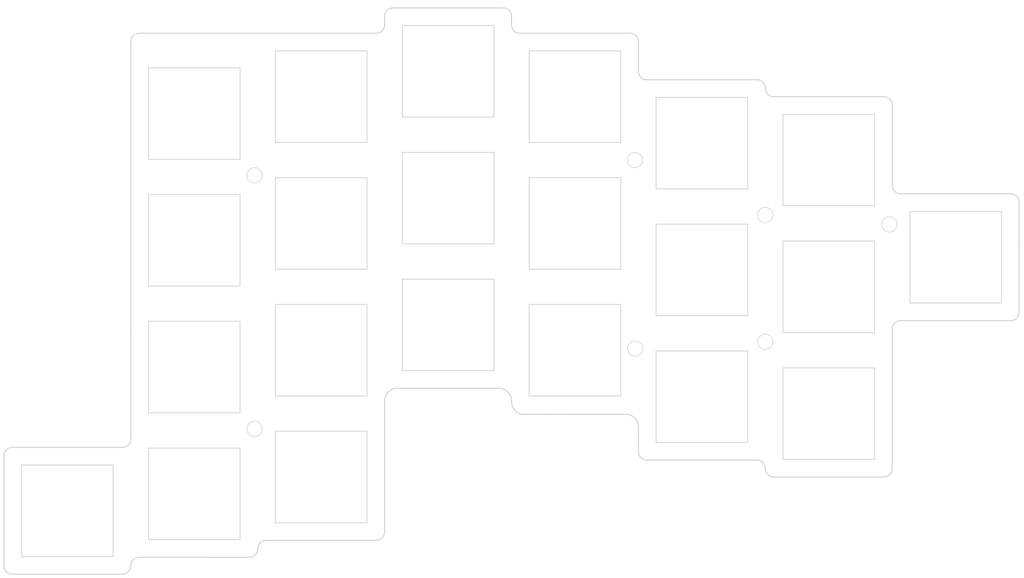
<source format=kicad_pcb>
(kicad_pcb (version 20211014) (generator pcbnew)
  (layers (0 "F.Cu" signal) (31 "B.Cu" signal) (34 "B.Paste" user) (35 "F.Paste" user) (36 "B.SilkS" user "B.Silkscreen") (37 "F.SilkS" user "F.Silkscreen") (38 "B.Mask" user) (39 "F.Mask" user) (44 "Edge.Cuts" user))
  (net 0 "")
  (net 1 "GND")
  (footprint "kbd:SW_Hole_Plastic" (layer "F.Cu") (at 88.9 86.36)
    (fp_text reference "SW13" hide)
    (fp_text value "SW_PUSH" hide)
    (fp_line (start -6.875 -6.875) (end -6.875 6.875) (layer "Edge.Cuts") (width 0.12))
    (fp_line (start 6.875 -6.875) (end -6.875 -6.875) (layer "Edge.Cuts") (width 0.12))
    (fp_line (start 6.875 6.875) (end 6.875 -6.875) (layer "Edge.Cuts") (width 0.12))
    (fp_line (start -6.875 6.875) (end 6.875 6.875) (layer "Edge.Cuts") (width 0.12))
  )
  (footprint "kbd:SW_Hole_Plastic" (layer "F.Cu") (at 165.1 76.2)
    (fp_text reference "SW22" hide)
    (fp_text value "SW_PUSH" hide)
    (fp_line (start -6.875 -6.875) (end -6.875 6.875) (layer "Edge.Cuts") (width 0.12))
    (fp_line (start 6.875 6.875) (end 6.875 -6.875) (layer "Edge.Cuts") (width 0.12))
    (fp_line (start 6.875 -6.875) (end -6.875 -6.875) (layer "Edge.Cuts") (width 0.12))
    (fp_line (start -6.875 6.875) (end 6.875 6.875) (layer "Edge.Cuts") (width 0.12))
  )
  (footprint "kbd:SW_Hole_Plastic" (layer "F.Cu") (at 146.05 99.695)
    (fp_text reference "SW21" hide)
    (fp_text value "SW_PUSH" hide)
    (fp_line (start -6.875 6.875) (end 6.875 6.875) (layer "Edge.Cuts") (width 0.12))
    (fp_line (start 6.875 -6.875) (end -6.875 -6.875) (layer "Edge.Cuts") (width 0.12))
    (fp_line (start 6.875 6.875) (end 6.875 -6.875) (layer "Edge.Cuts") (width 0.12))
    (fp_line (start -6.875 -6.875) (end -6.875 6.875) (layer "Edge.Cuts") (width 0.12))
  )
  (footprint "kbd:SW_Hole_Plastic" (layer "F.Cu") (at 146.05 80.645)
    (fp_text reference "SW20" hide)
    (fp_text value "SW_PUSH" hide)
    (fp_line (start 6.875 -6.875) (end -6.875 -6.875) (layer "Edge.Cuts") (width 0.12))
    (fp_line (start -6.875 6.875) (end 6.875 6.875) (layer "Edge.Cuts") (width 0.12))
    (fp_line (start 6.875 6.875) (end 6.875 -6.875) (layer "Edge.Cuts") (width 0.12))
    (fp_line (start -6.875 -6.875) (end -6.875 6.875) (layer "Edge.Cuts") (width 0.12))
  )
  (footprint "kbd:SW_Hole_Plastic" (layer "F.Cu") (at 146.05 61.595)
    (fp_text reference "SW19" hide)
    (fp_text value "SW_PUSH" hide)
    (fp_line (start -6.875 6.875) (end 6.875 6.875) (layer "Edge.Cuts") (width 0.12))
    (fp_line (start 6.875 -6.875) (end -6.875 -6.875) (layer "Edge.Cuts") (width 0.12))
    (fp_line (start 6.875 6.875) (end 6.875 -6.875) (layer "Edge.Cuts") (width 0.12))
    (fp_line (start -6.875 -6.875) (end -6.875 6.875) (layer "Edge.Cuts") (width 0.12))
  )
  (footprint "kbd:SW_Hole_Plastic" (layer "F.Cu") (at 31.75 114.295 180)
    (fp_text reference "SW18" hide)
    (fp_text value "SW_PUSH" hide)
    (fp_line (start -6.875 6.875) (end 6.875 6.875) (layer "Edge.Cuts") (width 0.12))
    (fp_line (start 6.875 6.875) (end 6.875 -6.875) (layer "Edge.Cuts") (width 0.12))
    (fp_line (start 6.875 -6.875) (end -6.875 -6.875) (layer "Edge.Cuts") (width 0.12))
    (fp_line (start -6.875 -6.875) (end -6.875 6.875) (layer "Edge.Cuts") (width 0.12))
  )
  (footprint "kbd:SW_Hole_Plastic" (layer "F.Cu") (at 69.85 109.22 180)
    (fp_text reference "SW17" hide)
    (fp_text value "SW_PUSH" hide)
    (fp_line (start -6.875 -6.875) (end -6.875 6.875) (layer "Edge.Cuts") (width 0.12))
    (fp_line (start -6.875 6.875) (end 6.875 6.875) (layer "Edge.Cuts") (width 0.12))
    (fp_line (start 6.875 -6.875) (end -6.875 -6.875) (layer "Edge.Cuts") (width 0.12))
    (fp_line (start 6.875 6.875) (end 6.875 -6.875) (layer "Edge.Cuts") (width 0.12))
  )
  (footprint "kbd:SW_Hole_Plastic" (layer "F.Cu") (at 50.8 111.76 180)
    (fp_text reference "SW16" hide)
    (fp_text value "SW_PUSH" hide)
    (fp_line (start 6.875 -6.875) (end -6.875 -6.875) (layer "Edge.Cuts") (width 0.12))
    (fp_line (start -6.875 -6.875) (end -6.875 6.875) (layer "Edge.Cuts") (width 0.12))
    (fp_line (start -6.875 6.875) (end 6.875 6.875) (layer "Edge.Cuts") (width 0.12))
    (fp_line (start 6.875 6.875) (end 6.875 -6.875) (layer "Edge.Cuts") (width 0.12))
  )
  (footprint "kbd:SW_Hole_Plastic" (layer "F.Cu") (at 127 97.155)
    (fp_text reference "SW15" hide)
    (fp_text value "SW_PUSH" hide)
    (fp_line (start -6.875 6.875) (end 6.875 6.875) (layer "Edge.Cuts") (width 0.12))
    (fp_line (start 6.875 -6.875) (end -6.875 -6.875) (layer "Edge.Cuts") (width 0.12))
    (fp_line (start -6.875 -6.875) (end -6.875 6.875) (layer "Edge.Cuts") (width 0.12))
    (fp_line (start 6.875 6.875) (end 6.875 -6.875) (layer "Edge.Cuts") (width 0.12))
  )
  (footprint "kbd:SW_Hole_Plastic" (layer "F.Cu") (at 107.95 90.17)
    (fp_text reference "SW14" hide)
    (fp_text value "SW_PUSH" hide)
    (fp_line (start 6.875 -6.875) (end -6.875 -6.875) (layer "Edge.Cuts") (width 0.12))
    (fp_line (start -6.875 -6.875) (end -6.875 6.875) (layer "Edge.Cuts") (width 0.12))
    (fp_line (start -6.875 6.875) (end 6.875 6.875) (layer "Edge.Cuts") (width 0.12))
    (fp_line (start 6.875 6.875) (end 6.875 -6.875) (layer "Edge.Cuts") (width 0.12))
  )
  (footprint "kbd:SW_Hole_Plastic" (layer "F.Cu") (at 50.8 54.61)
    (fp_text reference "SW1" hide)
    (fp_text value "SW_PUSH" hide)
    (fp_line (start 6.875 6.875) (end 6.875 -6.875) (layer "Edge.Cuts") (width 0.12))
    (fp_line (start -6.875 6.875) (end 6.875 6.875) (layer "Edge.Cuts") (width 0.12))
    (fp_line (start 6.875 -6.875) (end -6.875 -6.875) (layer "Edge.Cuts") (width 0.12))
    (fp_line (start -6.875 -6.875) (end -6.875 6.875) (layer "Edge.Cuts") (width 0.12))
  )
  (footprint "kbd:SW_Hole_Plastic" (layer "F.Cu") (at 69.85 90.17)
    (fp_text reference "SW12" hide)
    (fp_text value "SW_PUSH" hide)
    (fp_line (start -6.875 -6.875) (end -6.875 6.875) (layer "Edge.Cuts") (width 0.12))
    (fp_line (start -6.875 6.875) (end 6.875 6.875) (layer "Edge.Cuts") (width 0.12))
    (fp_line (start 6.875 -6.875) (end -6.875 -6.875) (layer "Edge.Cuts") (width 0.12))
    (fp_line (start 6.875 6.875) (end 6.875 -6.875) (layer "Edge.Cuts") (width 0.12))
  )
  (footprint "kbd:SW_Hole_Plastic" (layer "F.Cu") (at 50.8 92.71 180)
    (fp_text reference "SW11" hide)
    (fp_text value "SW_PUSH" hide)
    (fp_line (start -6.875 6.875) (end 6.875 6.875) (layer "Edge.Cuts") (width 0.12))
    (fp_line (start -6.875 -6.875) (end -6.875 6.875) (layer "Edge.Cuts") (width 0.12))
    (fp_line (start 6.875 -6.875) (end -6.875 -6.875) (layer "Edge.Cuts") (width 0.12))
    (fp_line (start 6.875 6.875) (end 6.875 -6.875) (layer "Edge.Cuts") (width 0.12))
  )
  (footprint "kbd:SW_Hole_Plastic" (layer "F.Cu") (at 127 78.105)
    (fp_text reference "SW10" hide)
    (fp_text value "SW_PUSH" hide)
    (fp_line (start -6.875 6.875) (end 6.875 6.875) (layer "Edge.Cuts") (width 0.12))
    (fp_line (start 6.875 6.875) (end 6.875 -6.875) (layer "Edge.Cuts") (width 0.12))
    (fp_line (start 6.875 -6.875) (end -6.875 -6.875) (layer "Edge.Cuts") (width 0.12))
    (fp_line (start -6.875 -6.875) (end -6.875 6.875) (layer "Edge.Cuts") (width 0.12))
  )
  (footprint "kbd:SW_Hole_Plastic" (layer "F.Cu") (at 107.95 71.12)
    (fp_text reference "SW9" hide)
    (fp_text value "SW_PUSH" hide)
    (fp_line (start -6.875 6.875) (end 6.875 6.875) (layer "Edge.Cuts") (width 0.12))
    (fp_line (start 6.875 6.875) (end 6.875 -6.875) (layer "Edge.Cuts") (width 0.12))
    (fp_line (start -6.875 -6.875) (end -6.875 6.875) (layer "Edge.Cuts") (width 0.12))
    (fp_line (start 6.875 -6.875) (end -6.875 -6.875) (layer "Edge.Cuts") (width 0.12))
  )
  (footprint "kbd:SW_Hole_Plastic" (layer "F.Cu") (at 88.9 67.31)
    (fp_text reference "SW8" hide)
    (fp_text value "SW_PUSH" hide)
    (fp_line (start -6.875 -6.875) (end -6.875 6.875) (layer "Edge.Cuts") (width 0.12))
    (fp_line (start 6.875 -6.875) (end -6.875 -6.875) (layer "Edge.Cuts") (width 0.12))
    (fp_line (start -6.875 6.875) (end 6.875 6.875) (layer "Edge.Cuts") (width 0.12))
    (fp_line (start 6.875 6.875) (end 6.875 -6.875) (layer "Edge.Cuts") (width 0.12))
  )
  (footprint "kbd:SW_Hole_Plastic" (layer "F.Cu") (at 69.85 71.12)
    (fp_text reference "SW7" hide)
    (fp_text value "SW_PUSH" hide)
    (fp_line (start 6.875 -6.875) (end -6.875 -6.875) (layer "Edge.Cuts") (width 0.12))
    (fp_line (start 6.875 6.875) (end 6.875 -6.875) (layer "Edge.Cuts") (width 0.12))
    (fp_line (start -6.875 6.875) (end 6.875 6.875) (layer "Edge.Cuts") (width 0.12))
    (fp_line (start -6.875 -6.875) (end -6.875 6.875) (layer "Edge.Cuts") (width 0.12))
  )
  (footprint "kbd:SW_Hole_Plastic" (layer "F.Cu") (at 50.8 73.66)
    (fp_text reference "SW6" hide)
    (fp_text value "SW_PUSH" hide)
    (fp_line (start -6.875 6.875) (end 6.875 6.875) (layer "Edge.Cuts") (width 0.12))
    (fp_line (start 6.875 6.875) (end 6.875 -6.875) (layer "Edge.Cuts") (width 0.12))
    (fp_line (start -6.875 -6.875) (end -6.875 6.875) (layer "Edge.Cuts") (width 0.12))
    (fp_line (start 6.875 -6.875) (end -6.875 -6.875) (layer "Edge.Cuts") (width 0.12))
  )
  (footprint "kbd:SW_Hole_Plastic" (layer "F.Cu") (at 127 59.055)
    (fp_text reference "SW5" hide)
    (fp_text value "SW_PUSH" hide)
    (fp_line (start 6.875 6.875) (end 6.875 -6.875) (layer "Edge.Cuts") (width 0.12))
    (fp_line (start -6.875 -6.875) (end -6.875 6.875) (layer "Edge.Cuts") (width 0.12))
    (fp_line (start 6.875 -6.875) (end -6.875 -6.875) (layer "Edge.Cuts") (width 0.12))
    (fp_line (start -6.875 6.875) (end 6.875 6.875) (layer "Edge.Cuts") (width 0.12))
  )
  (footprint "kbd:SW_Hole_Plastic" (layer "F.Cu") (at 107.95 52.07)
    (fp_text reference "SW4" hide)
    (fp_text value "SW_PUSH" hide)
    (fp_line (start 6.875 -6.875) (end -6.875 -6.875) (layer "Edge.Cuts") (width 0.12))
    (fp_line (start -6.875 6.875) (end 6.875 6.875) (layer "Edge.Cuts") (width 0.12))
    (fp_line (start -6.875 -6.875) (end -6.875 6.875) (layer "Edge.Cuts") (width 0.12))
    (fp_line (start 6.875 6.875) (end 6.875 -6.875) (layer "Edge.Cuts") (width 0.12))
  )
  (footprint "kbd:SW_Hole_Plastic" (layer "F.Cu") (at 88.9 48.26)
    (fp_text reference "SW3" hide)
    (fp_text value "SW_PUSH" hide)
    (fp_line (start 6.875 -6.875) (end -6.875 -6.875) (layer "Edge.Cuts") (width 0.12))
    (fp_line (start 6.875 6.875) (end 6.875 -6.875) (layer "Edge.Cuts") (width 0.12))
    (fp_line (start -6.875 -6.875) (end -6.875 6.875) (layer "Edge.Cuts") (width 0.12))
    (fp_line (start -6.875 6.875) (end 6.875 6.875) (layer "Edge.Cuts") (width 0.12))
  )
  (footprint "kbd:SW_Hole_Plastic" (layer "F.Cu") (at 69.85 52.07)
    (fp_text reference "SW2" hide)
    (fp_text value "SW_PUSH" hide)
    (fp_line (start 6.875 6.875) (end 6.875 -6.875) (layer "Edge.Cuts") (width 0.12))
    (fp_line (start 6.875 -6.875) (end -6.875 -6.875) (layer "Edge.Cuts") (width 0.12))
    (fp_line (start -6.875 -6.875) (end -6.875 6.875) (layer "Edge.Cuts") (width 0.12))
    (fp_line (start -6.875 6.875) (end 6.875 6.875) (layer "Edge.Cuts") (width 0.12))
  )
  (footprint "kbd:M2_Hole_Edge_Cut" (layer "F.Cu") (at 59.85 101.995)
    (fp_text reference "HM3")
    (fp_text value "CaseHole")
    (fp_circle (center 0 0) (end 1.15 0) (layer "Edge.Cuts") (width 0.1) (fill none))
  )
  (footprint "kbd:M2_Hole_Edge_Cut" (layer "F.Cu") (at 155.145948 71.270959)
    (fp_text reference "HM5")
    (fp_text value "CaseHole")
    (fp_circle (center 0 0) (end 1.15 0) (layer "Edge.Cuts") (width 0.1) (fill none))
  )
  (footprint "kbd:M2_Hole_Edge_Cut" (layer "F.Cu") (at 116.95 61.595)
    (fp_text reference "HM2")
    (fp_text value "CaseHole")
    (fp_circle (center 0 0) (end 1.15 0) (layer "Edge.Cuts") (width 0.1) (fill none))
  )
  (footprint "kbd:M2_Hole_Edge_Cut" (layer "F.Cu") (at 117 89.93)
    (fp_text reference "HM4")
    (fp_text value "CaseHole")
    (fp_circle (center 0 0) (end 1.15 0) (layer "Edge.Cuts") (width 0.1) (fill none))
  )
  (footprint "kbd:M2_Hole_Edge_Cut" (layer "F.Cu") (at 136.525 69.85)
    (fp_text reference "HM2")
    (fp_text value "CaseHole")
    (fp_circle (center 0 0) (end 1.15 0) (layer "Edge.Cuts") (width 0.1) (fill none))
  )
  (footprint "kbd:M2_Hole_Edge_Cut" (layer "F.Cu") (at 136.525 88.9)
    (fp_text reference "HM2")
    (fp_text value "CaseHole")
    (fp_circle (center 0 0) (end 1.15 0) (layer "Edge.Cuts") (width 0.1) (fill none))
  )
  (footprint "kbd:M2_Hole_Edge_Cut" (layer "F.Cu") (at 59.85 63.895)
    (fp_text reference "HM1")
    (fp_text value "CaseHole")
    (fp_circle (center 0 0) (end 1.15 0) (layer "Edge.Cuts") (width 0.1) (fill none))
  )
  (gr_arc (start 97.155 38.735) (mid 98.053026 39.106974) (end 98.425 40.005) (layer "Edge.Cuts") (width 0.15))
  (gr_arc (start 99.695 42.545) (mid 98.796974 42.173026) (end 98.425 41.275) (layer "Edge.Cuts") (width 0.15))
  (gr_arc (start 116.205 42.545) (mid 117.103026 42.916974) (end 117.475 43.815) (layer "Edge.Cuts") (width 0.15))
  (gr_arc (start 118.745 49.53) (mid 117.846974 49.158026) (end 117.475 48.26) (layer "Edge.Cuts") (width 0.15))
  (gr_arc (start 118.745 106.68) (mid 117.846974 106.308026) (end 117.475 105.41) (layer "Edge.Cuts") (width 0.15))
  (gr_arc (start 174.625 84.455) (mid 174.253026 85.353026) (end 173.355 85.725) (layer "Edge.Cuts") (width 0.15))
  (gr_arc (start 173.355 66.675) (mid 174.253026 67.046974) (end 174.625 67.945) (layer "Edge.Cuts") (width 0.15))
  (gr_arc (start 79.375 117.365) (mid 79.0378 118.27477) (end 78.189113 118.745) (layer "Edge.Cuts") (width 0.15))
  (gr_arc (start 154.305 52.07) (mid 155.203026 52.441974) (end 155.575 53.34) (layer "Edge.Cuts") (width 0.15))
  (gr_arc (start 41.275 122.55) (mid 40.903026 123.448026) (end 40.005 123.82) (layer "Edge.Cuts") (width 0.15))
  (gr_arc (start 155.575 107.95) (mid 155.203026 108.848026) (end 154.305 109.22) (layer "Edge.Cuts") (width 0.15))
  (gr_arc (start 137.795 109.22) (mid 136.896974 108.848026) (end 136.525 107.95) (layer "Edge.Cuts") (width 0.15))
  (gr_arc (start 60.325 120.015) (mid 59.953026 120.913026) (end 59.055 121.285) (layer "Edge.Cuts") (width 0.15))
  (gr_arc (start 60.325 120.015) (mid 60.696974 119.116974) (end 61.595 118.745) (layer "Edge.Cuts") (width 0.15))
  (gr_arc (start 79.375 40.005) (mid 79.746974 39.106974) (end 80.645 38.735) (layer "Edge.Cuts") (width 0.15))
  (gr_arc (start 22.225 106.04) (mid 22.596974 105.141974) (end 23.495 104.77) (layer "Edge.Cuts") (width 0.15))
  (gr_arc (start 100.332038 99.797962) (mid 98.985 99.24) (end 98.427038 97.892962) (layer "Edge.Cuts") (width 0.15))
  (gr_arc (start 79.375 41.275) (mid 79.003026 42.173026) (end 78.105 42.545) (layer "Edge.Cuts") (width 0.15))
  (gr_line (start 120.015 106.68) (end 118.745 106.68) (layer "Edge.Cuts") (width 0.15))
  (gr_line (start 96.522038 95.885) (end 81.28 95.885) (layer "Edge.Cuts") (width 0.15))
  (gr_line (start 78.189113 118.745) (end 74.765 118.745) (layer "Edge.Cuts") (width 0.15))
  (gr_line (start 155.575 86.995) (end 155.575 107.95) (layer "Edge.Cuts") (width 0.15))
  (gr_line (start 98.427038 97.79) (end 98.427038 97.892962) (layer "Edge.Cuts") (width 0.15))
  (gr_line (start 22.225 106.04) (end 22.225 112.225) (layer "Edge.Cuts") (width 0.15))
  (gr_line (start 117.475 105.41) (end 117.475 101.7) (layer "Edge.Cuts") (width 0.15))
  (gr_arc (start 96.522038 95.885) (mid 97.869076 96.442962) (end 98.427038 97.79) (layer "Edge.Cuts") (width 0.15))
  (gr_line (start 29.845 104.77) (end 23.495 104.77) (layer "Edge.Cuts") (width 0.15))
  (gr_arc (start 23.495 123.82) (mid 22.596974 123.448026) (end 22.225 122.55) (layer "Edge.Cuts") (width 0.15))
  (gr_line (start 29.845 104.77) (end 33.655 104.77) (layer "Edge.Cuts") (width 0.15))
  (gr_line (start 115.57 99.795) (end 105.41 99.795) (layer "Edge.Cuts") (width 0.15))
  (gr_arc (start 79.375 97.79) (mid 79.932962 96.442962) (end 81.28 95.885) (layer "Edge.Cuts") (width 0.15))
  (gr_line (start 99.695 42.545) (end 116.205 42.545) (layer "Edge.Cuts") (width 0.15))
  (gr_line (start 74.765 118.745) (end 70.965 118.745) (layer "Edge.Cuts") (width 0.15))
  (gr_line (start 156.845 85.725) (end 173.355 85.725) (layer "Edge.Cuts") (width 0.15))
  (gr_line (start 147.955 52.07) (end 154.305 52.07) (layer "Edge.Cuts") (width 0.15))
  (gr_line (start 59.055 121.285) (end 42.545 121.28) (layer "Edge.Cuts") (width 0.15))
  (gr_line (start 105.41 99.795) (end 100.332038 99.797962) (layer "Edge.Cuts") (width 0.15))
  (gr_line (start 79.375 40.005) (end 79.375 41.275) (layer "Edge.Cuts") (width 0.15))
  (gr_line (start 41.275 103.5) (end 41.275 87.695) (layer "Edge.Cuts") (width 0.15))
  (gr_line (start 154.305 109.22) (end 137.795 109.22) (layer "Edge.Cuts") (width 0.15))
  (gr_arc (start 41.275 103.5) (mid 40.903026 104.398026) (end 40.005 104.77) (layer "Edge.Cuts") (width 0.15))
  (gr_line (start 174.625 67.945) (end 174.625 74.295) (layer "Edge.Cuts") (width 0.15))
  (gr_arc (start 156.845 66.674974) (mid 155.946974 66.303) (end 155.575 65.404974) (layer "Edge.Cuts") (width 0.15))
  (gr_line (start 97.155 38.735) (end 80.645 38.735) (layer "Edge.Cuts") (width 0.15))
  (gr_line (start 79.375 97.79) (end 79.375 117.365) (layer "Edge.Cuts") (width 0.15))
  (gr_line (start 41.275 87.695) (end 41.275 43.815) (layer "Edge.Cuts") (width 0.15))
  (gr_arc (start 135.255 106.68) (mid 136.153026 107.051974) (end 136.525 107.95) (layer "Edge.Cuts") (width 0.15))
  (gr_arc (start 115.57 99.795) (mid 116.917038 100.352962) (end 117.475 101.7) (layer "Edge.Cuts") (width 0.15))
  (gr_arc (start 135.255 49.53) (mid 136.153026 49.901974) (end 136.525 50.8) (layer "Edge.Cuts") (width 0.15))
  (gr_line (start 117.475 43.815) (end 117.475 48.26) (layer "Edge.Cuts") (width 0.15))
  (gr_line (start 33.655 104.77) (end 40.005 104.77) (layer "Edge.Cuts") (width 0.15))
  (gr_line (start 174.625 84.455) (end 174.625 74.295) (layer "Edge.Cuts") (width 0.15))
  (gr_line (start 22.225 116.025) (end 22.225 122.55) (layer "Edge.Cuts") (width 0.15))
  (gr_arc (start 41.275 122.55) (mid 41.646974 121.651974) (end 42.545 121.28) (layer "Edge.Cuts") (width 0.15))
  (gr_line (start 155.575 53.34) (end 155.575 65.404974) (layer "Edge.Cuts") (width 0.15))
  (gr_line (start 55.805 42.545) (end 42.545 42.545) (layer "Edge.Cuts") (width 0.15))
  (gr_line (start 144.145 52.07) (end 137.795 52.07) (layer "Edge.Cuts") (width 0.15))
  (gr_line (start 70.965 118.745) (end 61.595 118.745) (layer "Edge.Cuts") (width 0.15))
  (gr_line (start 78.105 42.545) (end 55.805 42.545) (layer "Edge.Cuts") (width 0.15))
  (gr_line (start 22.225 116.025) (end 22.225 112.225) (layer "Edge.Cuts") (width 0.15))
  (gr_line (start 23.495 123.82) (end 40.005 123.82) (layer "Edge.Cuts") (width 0.15))
  (gr_line (start 156.845 66.674974) (end 173.355 66.675) (layer "Edge.Cuts") (width 0.15))
  (gr_line (start 135.255 106.68) (end 120.015 106.68) (layer "Edge.Cuts") (width 0.15))
  (gr_line (start 118.745 49.53) (end 135.255 49.53) (layer "Edge.Cuts") (width 0.15))
  (gr_arc (start 137.795 52.07) (mid 136.896974 51.698026) (end 136.525 50.8) (layer "Edge.Cuts") (width 0.15))
  (gr_arc (start 155.575 86.995) (mid 155.946974 86.096974) (end 156.845 85.725) (layer "Edge.Cuts") (width 0.15))
  (gr_line (start 98.425 40.005) (end 98.425 41.275) (layer "Edge.Cuts") (width 0.15))
  (gr_line (start 144.145 52.07) (end 147.955 52.07) (layer "Edge.Cuts") (width 0.15))
  (gr_arc (start 41.275 43.815) (mid 41.646974 42.916974) (end 42.545 42.545) (layer "Edge.Cuts") (width 0.15))
)
</source>
